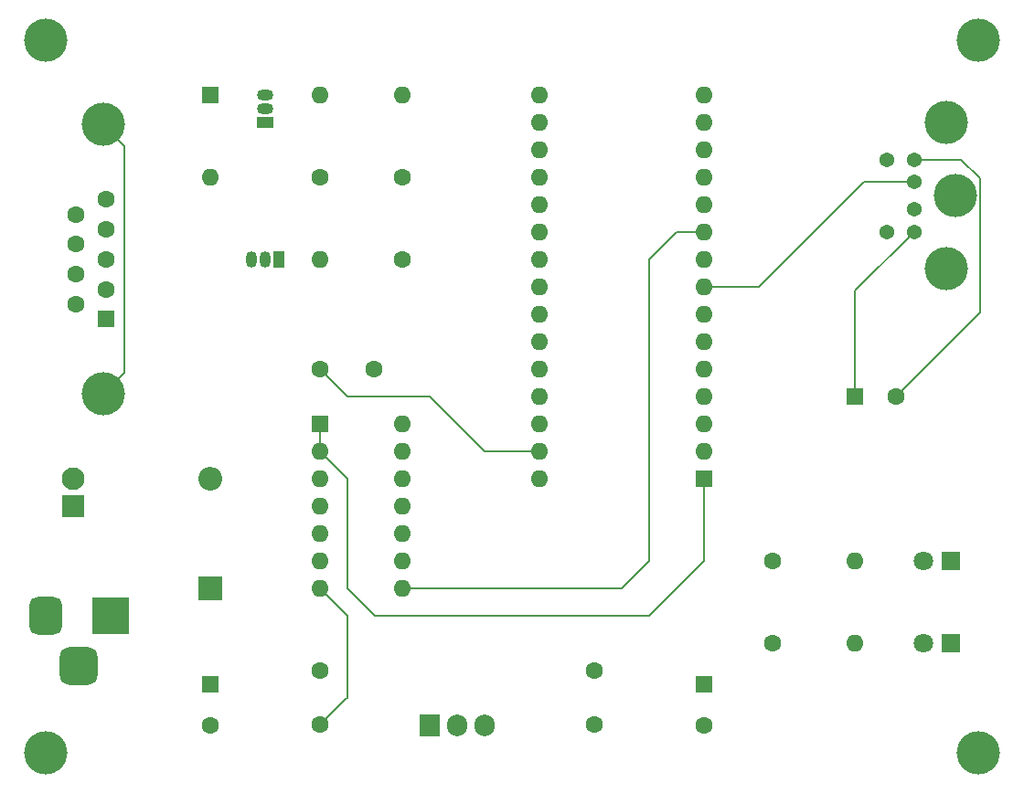
<source format=gbr>
%TF.GenerationSoftware,KiCad,Pcbnew,7.0.6*%
%TF.CreationDate,2023-08-11T08:56:45+02:00*%
%TF.ProjectId,ps2_mouse_to_serial_rev2,7073325f-6d6f-4757-9365-5f746f5f7365,rev?*%
%TF.SameCoordinates,Original*%
%TF.FileFunction,Copper,L2,Bot*%
%TF.FilePolarity,Positive*%
%FSLAX46Y46*%
G04 Gerber Fmt 4.6, Leading zero omitted, Abs format (unit mm)*
G04 Created by KiCad (PCBNEW 7.0.6) date 2023-08-11 08:56:45*
%MOMM*%
%LPD*%
G01*
G04 APERTURE LIST*
G04 Aperture macros list*
%AMRoundRect*
0 Rectangle with rounded corners*
0 $1 Rounding radius*
0 $2 $3 $4 $5 $6 $7 $8 $9 X,Y pos of 4 corners*
0 Add a 4 corners polygon primitive as box body*
4,1,4,$2,$3,$4,$5,$6,$7,$8,$9,$2,$3,0*
0 Add four circle primitives for the rounded corners*
1,1,$1+$1,$2,$3*
1,1,$1+$1,$4,$5*
1,1,$1+$1,$6,$7*
1,1,$1+$1,$8,$9*
0 Add four rect primitives between the rounded corners*
20,1,$1+$1,$2,$3,$4,$5,0*
20,1,$1+$1,$4,$5,$6,$7,0*
20,1,$1+$1,$6,$7,$8,$9,0*
20,1,$1+$1,$8,$9,$2,$3,0*%
G04 Aperture macros list end*
%TA.AperFunction,ComponentPad*%
%ADD10R,3.500000X3.500000*%
%TD*%
%TA.AperFunction,ComponentPad*%
%ADD11RoundRect,0.750000X-0.750000X-1.000000X0.750000X-1.000000X0.750000X1.000000X-0.750000X1.000000X0*%
%TD*%
%TA.AperFunction,ComponentPad*%
%ADD12RoundRect,0.875000X-0.875000X-0.875000X0.875000X-0.875000X0.875000X0.875000X-0.875000X0.875000X0*%
%TD*%
%TA.AperFunction,ComponentPad*%
%ADD13R,1.600000X1.600000*%
%TD*%
%TA.AperFunction,ComponentPad*%
%ADD14C,1.600000*%
%TD*%
%TA.AperFunction,ComponentPad*%
%ADD15C,4.000500*%
%TD*%
%TA.AperFunction,ComponentPad*%
%ADD16R,2.200000X2.200000*%
%TD*%
%TA.AperFunction,ComponentPad*%
%ADD17O,2.200000X2.200000*%
%TD*%
%TA.AperFunction,ComponentPad*%
%ADD18R,1.800000X1.800000*%
%TD*%
%TA.AperFunction,ComponentPad*%
%ADD19C,1.800000*%
%TD*%
%TA.AperFunction,ComponentPad*%
%ADD20O,1.600000X1.600000*%
%TD*%
%TA.AperFunction,ComponentPad*%
%ADD21R,1.500000X1.050000*%
%TD*%
%TA.AperFunction,ComponentPad*%
%ADD22O,1.500000X1.050000*%
%TD*%
%TA.AperFunction,ComponentPad*%
%ADD23C,4.000000*%
%TD*%
%TA.AperFunction,ComponentPad*%
%ADD24R,1.050000X1.500000*%
%TD*%
%TA.AperFunction,ComponentPad*%
%ADD25O,1.050000X1.500000*%
%TD*%
%TA.AperFunction,ComponentPad*%
%ADD26R,1.905000X2.000000*%
%TD*%
%TA.AperFunction,ComponentPad*%
%ADD27O,1.905000X2.000000*%
%TD*%
%TA.AperFunction,ComponentPad*%
%ADD28C,1.371600*%
%TD*%
%TA.AperFunction,ComponentPad*%
%ADD29R,2.100000X2.100000*%
%TD*%
%TA.AperFunction,ComponentPad*%
%ADD30C,2.100000*%
%TD*%
%TA.AperFunction,Conductor*%
%ADD31C,0.200000*%
%TD*%
G04 APERTURE END LIST*
D10*
%TO.P,J1,1*%
%TO.N,Net-(SW1-A)*%
X33940000Y-81280000D03*
D11*
%TO.P,J1,2*%
%TO.N,Net-(D2-K)*%
X27940000Y-81280000D03*
D12*
%TO.P,J1,3*%
%TO.N,N/C*%
X30940000Y-85980000D03*
%TD*%
D13*
%TO.P,C4,1*%
%TO.N,Net-(A1-VIN)*%
X88900000Y-87640000D03*
D14*
%TO.P,C4,2*%
%TO.N,Net-(D2-K)*%
X88900000Y-91440000D03*
%TD*%
D15*
%TO.P,,GND*%
%TO.N,N/C*%
X27940000Y-27940000D03*
%TD*%
%TO.P,,GND*%
%TO.N,N/C*%
X114300000Y-93980000D03*
%TD*%
D16*
%TO.P,D1,1,K*%
%TO.N,Net-(D1-K)*%
X43180000Y-78740000D03*
D17*
%TO.P,D1,2,A*%
%TO.N,Net-(D1-A)*%
X43180000Y-68580000D03*
%TD*%
D18*
%TO.P,D2,1,K*%
%TO.N,Net-(D2-K)*%
X111760000Y-83820000D03*
D19*
%TO.P,D2,2,A*%
%TO.N,Net-(D2-A)*%
X109220000Y-83820000D03*
%TD*%
D13*
%TO.P,U1,1*%
%TO.N,Net-(A1-D1{slash}TX)*%
X53340000Y-63500000D03*
D20*
%TO.P,U1,2*%
X53340000Y-66040000D03*
%TO.P,U1,3*%
%TO.N,Net-(J2-Pad2)*%
X53340000Y-68580000D03*
%TO.P,U1,4*%
%TO.N,N/C*%
X53340000Y-71120000D03*
%TO.P,U1,5*%
X53340000Y-73660000D03*
%TO.P,U1,6*%
X53340000Y-76200000D03*
%TO.P,U1,7,GND*%
%TO.N,Net-(D2-K)*%
X53340000Y-78740000D03*
%TO.P,U1,8*%
%TO.N,Net-(A1-D7)*%
X60960000Y-78740000D03*
%TO.P,U1,9*%
%TO.N,Net-(Q1-C)*%
X60960000Y-76200000D03*
%TO.P,U1,10*%
X60960000Y-73660000D03*
%TO.P,U1,11*%
%TO.N,N/C*%
X60960000Y-71120000D03*
%TO.P,U1,12*%
X60960000Y-68580000D03*
%TO.P,U1,13*%
X60960000Y-66040000D03*
%TO.P,U1,14,VCC*%
%TO.N,Net-(A1-VIN)*%
X60960000Y-63500000D03*
%TD*%
D13*
%TO.P,D3,1,K*%
%TO.N,Net-(D3-K)*%
X43180000Y-33020000D03*
D20*
%TO.P,D3,2,A*%
%TO.N,Net-(D3-A)*%
X43180000Y-40640000D03*
%TD*%
D14*
%TO.P,R4,1*%
%TO.N,Net-(Q1-B)*%
X60960000Y-40640000D03*
D20*
%TO.P,R4,2*%
%TO.N,Net-(U3-VO)*%
X60960000Y-33020000D03*
%TD*%
D14*
%TO.P,C2,1*%
%TO.N,Net-(D1-K)*%
X53340000Y-86360000D03*
%TO.P,C2,2*%
%TO.N,Net-(D2-K)*%
X53340000Y-91360000D03*
%TD*%
%TO.P,R3,1*%
%TO.N,Net-(Q1-B)*%
X53340000Y-40640000D03*
D20*
%TO.P,R3,2*%
%TO.N,Net-(D2-K)*%
X53340000Y-33020000D03*
%TD*%
D18*
%TO.P,D4,1,K*%
%TO.N,Net-(D2-K)*%
X111760000Y-76200000D03*
D19*
%TO.P,D4,2,A*%
%TO.N,Net-(D4-A)*%
X109220000Y-76200000D03*
%TD*%
D21*
%TO.P,U3,1,VO*%
%TO.N,Net-(U3-VO)*%
X48260000Y-35560000D03*
D22*
%TO.P,U3,2,GND*%
%TO.N,Net-(D2-K)*%
X48260000Y-34290000D03*
%TO.P,U3,3,VI*%
%TO.N,Net-(D3-K)*%
X48260000Y-33020000D03*
%TD*%
D15*
%TO.P,,GND*%
%TO.N,N/C*%
X27940000Y-93980000D03*
%TD*%
D14*
%TO.P,R2,1*%
%TO.N,Net-(A1-VIN)*%
X60960000Y-48260000D03*
D20*
%TO.P,R2,2*%
%TO.N,Net-(Q1-C)*%
X53340000Y-48260000D03*
%TD*%
D14*
%TO.P,R5,1*%
%TO.N,Net-(A1-D8)*%
X95250000Y-76200000D03*
D20*
%TO.P,R5,2*%
%TO.N,Net-(D4-A)*%
X102870000Y-76200000D03*
%TD*%
D15*
%TO.P,,GND*%
%TO.N,N/C*%
X114300000Y-27940000D03*
%TD*%
D14*
%TO.P,C3,1*%
%TO.N,Net-(A1-VIN)*%
X78740000Y-86360000D03*
%TO.P,C3,2*%
%TO.N,Net-(D2-K)*%
X78740000Y-91360000D03*
%TD*%
D23*
%TO.P,J2,0,PAD*%
%TO.N,unconnected-(J2-PAD-Pad0)*%
X33220331Y-35770000D03*
X33220331Y-60770000D03*
D13*
%TO.P,J2,1,1*%
%TO.N,unconnected-(J2-Pad1)*%
X33520331Y-53810000D03*
D14*
%TO.P,J2,2,2*%
%TO.N,Net-(J2-Pad2)*%
X33520331Y-51040000D03*
%TO.P,J2,3,3*%
%TO.N,unconnected-(J2-Pad3)*%
X33520331Y-48270000D03*
%TO.P,J2,4,4*%
%TO.N,unconnected-(J2-Pad4)*%
X33520331Y-45500000D03*
%TO.P,J2,5,5*%
%TO.N,Net-(D2-K)*%
X33520331Y-42730000D03*
%TO.P,J2,6,6*%
%TO.N,unconnected-(J2-Pad6)*%
X30680331Y-52425000D03*
%TO.P,J2,7,7*%
%TO.N,Net-(D3-A)*%
X30680331Y-49655000D03*
%TO.P,J2,8,8*%
%TO.N,unconnected-(J2-Pad8)*%
X30680331Y-46885000D03*
%TO.P,J2,9,9*%
%TO.N,unconnected-(J2-Pad9)*%
X30680331Y-44115000D03*
%TD*%
D24*
%TO.P,Q1,1,C*%
%TO.N,Net-(Q1-C)*%
X49530000Y-48260000D03*
D25*
%TO.P,Q1,2,B*%
%TO.N,Net-(Q1-B)*%
X48260000Y-48260000D03*
%TO.P,Q1,3,E*%
%TO.N,Net-(D2-K)*%
X46990000Y-48260000D03*
%TD*%
D13*
%TO.P,A1,1,D1/TX*%
%TO.N,Net-(A1-D1{slash}TX)*%
X88900000Y-68580000D03*
D20*
%TO.P,A1,2,D0/RX*%
%TO.N,unconnected-(A1-D0{slash}RX-Pad2)*%
X88900000Y-66040000D03*
%TO.P,A1,3,~{RESET}*%
%TO.N,unconnected-(A1-~{RESET}-Pad3)*%
X88900000Y-63500000D03*
%TO.P,A1,4,GND*%
%TO.N,unconnected-(A1-GND-Pad4)*%
X88900000Y-60960000D03*
%TO.P,A1,5,D2*%
%TO.N,Net-(A1-D2)*%
X88900000Y-58420000D03*
%TO.P,A1,6,D3*%
%TO.N,unconnected-(A1-D3-Pad6)*%
X88900000Y-55880000D03*
%TO.P,A1,7,D4*%
%TO.N,unconnected-(A1-D4-Pad7)*%
X88900000Y-53340000D03*
%TO.P,A1,8,D5*%
%TO.N,Net-(A1-D5)*%
X88900000Y-50800000D03*
%TO.P,A1,9,D6*%
%TO.N,unconnected-(A1-D6-Pad9)*%
X88900000Y-48260000D03*
%TO.P,A1,10,D7*%
%TO.N,Net-(A1-D7)*%
X88900000Y-45720000D03*
%TO.P,A1,11,D8*%
%TO.N,Net-(A1-D8)*%
X88900000Y-43180000D03*
%TO.P,A1,12,D9*%
%TO.N,unconnected-(A1-D9-Pad12)*%
X88900000Y-40640000D03*
%TO.P,A1,13,D10*%
%TO.N,unconnected-(A1-D10-Pad13)*%
X88900000Y-38100000D03*
%TO.P,A1,14,D11*%
%TO.N,unconnected-(A1-D11-Pad14)*%
X88900000Y-35560000D03*
%TO.P,A1,15,D12*%
%TO.N,unconnected-(A1-D12-Pad15)*%
X88900000Y-33020000D03*
%TO.P,A1,16,D13*%
%TO.N,unconnected-(A1-D13-Pad16)*%
X73660000Y-33020000D03*
%TO.P,A1,17,3V3*%
%TO.N,unconnected-(A1-3V3-Pad17)*%
X73660000Y-35560000D03*
%TO.P,A1,18,AREF*%
%TO.N,unconnected-(A1-AREF-Pad18)*%
X73660000Y-38100000D03*
%TO.P,A1,19,A0*%
%TO.N,unconnected-(A1-A0-Pad19)*%
X73660000Y-40640000D03*
%TO.P,A1,20,A1*%
%TO.N,unconnected-(A1-A1-Pad20)*%
X73660000Y-43180000D03*
%TO.P,A1,21,A2*%
%TO.N,unconnected-(A1-A2-Pad21)*%
X73660000Y-45720000D03*
%TO.P,A1,22,A3*%
%TO.N,unconnected-(A1-A3-Pad22)*%
X73660000Y-48260000D03*
%TO.P,A1,23,A4*%
%TO.N,unconnected-(A1-A4-Pad23)*%
X73660000Y-50800000D03*
%TO.P,A1,24,A5*%
%TO.N,unconnected-(A1-A5-Pad24)*%
X73660000Y-53340000D03*
%TO.P,A1,25,A6*%
%TO.N,unconnected-(A1-A6-Pad25)*%
X73660000Y-55880000D03*
%TO.P,A1,26,A7*%
%TO.N,unconnected-(A1-A7-Pad26)*%
X73660000Y-58420000D03*
%TO.P,A1,27,+5V*%
%TO.N,unconnected-(A1-+5V-Pad27)*%
X73660000Y-60960000D03*
%TO.P,A1,28,~{RESET}*%
%TO.N,unconnected-(A1-~{RESET}-Pad28)*%
X73660000Y-63500000D03*
%TO.P,A1,29,GND*%
%TO.N,Net-(D2-K)*%
X73660000Y-66040000D03*
%TO.P,A1,30,VIN*%
%TO.N,Net-(A1-VIN)*%
X73660000Y-68580000D03*
%TD*%
D14*
%TO.P,R1,1*%
%TO.N,Net-(A1-VIN)*%
X95250000Y-83820000D03*
D20*
%TO.P,R1,2*%
%TO.N,Net-(D2-A)*%
X102870000Y-83820000D03*
%TD*%
D26*
%TO.P,U2,1,IN*%
%TO.N,Net-(D1-K)*%
X63500000Y-91440000D03*
D27*
%TO.P,U2,2,GND*%
%TO.N,Net-(D2-K)*%
X66040000Y-91440000D03*
%TO.P,U2,3,OUT*%
%TO.N,Net-(A1-VIN)*%
X68580000Y-91440000D03*
%TD*%
D28*
%TO.P,J3,1*%
%TO.N,Net-(A1-D5)*%
X108331000Y-41069260D03*
%TO.P,J3,2*%
%TO.N,unconnected-(J3-Pad2)*%
X108331000Y-43670220D03*
%TO.P,J3,3*%
%TO.N,Net-(D2-K)*%
X108331000Y-39019480D03*
%TO.P,J3,4*%
%TO.N,Net-(A1-VIN)*%
X108331000Y-45720000D03*
%TO.P,J3,5*%
%TO.N,Net-(A1-D2)*%
X105839260Y-39019480D03*
%TO.P,J3,6*%
%TO.N,unconnected-(J3-Pad6)*%
X105839260Y-45720000D03*
D15*
%TO.P,J3,GND*%
%TO.N,N/C*%
X111330740Y-35610800D03*
X112141000Y-42369740D03*
X111330740Y-49128680D03*
%TD*%
D13*
%TO.P,C1,1*%
%TO.N,Net-(D1-K)*%
X43180000Y-87640000D03*
D14*
%TO.P,C1,2*%
%TO.N,Net-(D2-K)*%
X43180000Y-91440000D03*
%TD*%
D13*
%TO.P,C6,1*%
%TO.N,Net-(A1-VIN)*%
X102880000Y-60960000D03*
D14*
%TO.P,C6,2*%
%TO.N,Net-(D2-K)*%
X106680000Y-60960000D03*
%TD*%
D29*
%TO.P,SW1,1,A*%
%TO.N,Net-(SW1-A)*%
X30480000Y-71120000D03*
D30*
%TO.P,SW1,2,B*%
%TO.N,Net-(D1-A)*%
X30480000Y-68580000D03*
%TD*%
D14*
%TO.P,C5,1*%
%TO.N,Net-(A1-VIN)*%
X58340000Y-58420000D03*
%TO.P,C5,2*%
%TO.N,Net-(D2-K)*%
X53340000Y-58420000D03*
%TD*%
D31*
%TO.N,Net-(A1-VIN)*%
X102880000Y-51171000D02*
X108331000Y-45720000D01*
X102880000Y-60960000D02*
X102880000Y-51171000D01*
%TO.N,Net-(D2-K)*%
X112679480Y-39019480D02*
X108331000Y-39019480D01*
X114441250Y-40781250D02*
X112679480Y-39019480D01*
X114441250Y-53198750D02*
X114441250Y-40781250D01*
X106680000Y-60960000D02*
X114441250Y-53198750D01*
%TO.N,Net-(A1-D5)*%
X103710740Y-41069260D02*
X108331000Y-41069260D01*
X93980000Y-50800000D02*
X103710740Y-41069260D01*
X88900000Y-50800000D02*
X93980000Y-50800000D01*
%TO.N,Net-(D2-K)*%
X63500000Y-60960000D02*
X55880000Y-60960000D01*
X55880000Y-81280000D02*
X53340000Y-78740000D01*
X73660000Y-66040000D02*
X68580000Y-66040000D01*
X68580000Y-66040000D02*
X63500000Y-60960000D01*
X55800000Y-88900000D02*
X55880000Y-88900000D01*
X55880000Y-88900000D02*
X55880000Y-81280000D01*
X53340000Y-91360000D02*
X55800000Y-88900000D01*
X55880000Y-60960000D02*
X53340000Y-58420000D01*
%TO.N,Net-(A1-D1{slash}TX)*%
X55880000Y-78740000D02*
X55880000Y-68580000D01*
X58420000Y-81280000D02*
X55880000Y-78740000D01*
X53340000Y-63500000D02*
X53340000Y-66040000D01*
X55880000Y-68580000D02*
X53340000Y-66040000D01*
X88900000Y-68580000D02*
X88900000Y-76200000D01*
X88900000Y-76200000D02*
X83820000Y-81280000D01*
X83820000Y-81280000D02*
X58420000Y-81280000D01*
%TO.N,Net-(A1-D7)*%
X86360000Y-45720000D02*
X83820000Y-48260000D01*
X88900000Y-45720000D02*
X86360000Y-45720000D01*
X83820000Y-48260000D02*
X83820000Y-76200000D01*
X83820000Y-76200000D02*
X81280000Y-78740000D01*
X81280000Y-78740000D02*
X60960000Y-78740000D01*
%TO.N,unconnected-(J2-PAD-Pad0)*%
X33220331Y-35770000D02*
X35220331Y-37770000D01*
X35220331Y-37770000D02*
X35220331Y-58770000D01*
X35220331Y-58770000D02*
X33220331Y-60770000D01*
%TD*%
M02*

</source>
